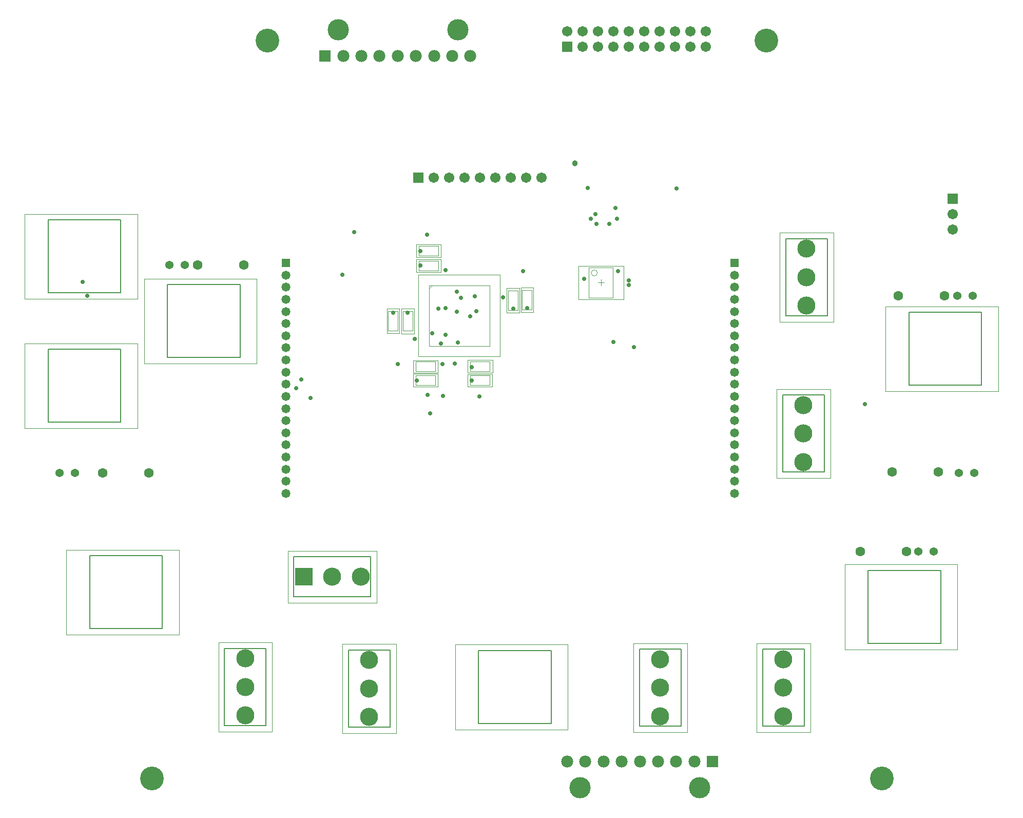
<source format=gbs>
G04*
G04 #@! TF.GenerationSoftware,Altium Limited,Altium Designer,19.1.5 (86)*
G04*
G04 Layer_Color=16711935*
%FSLAX24Y24*%
%MOIN*%
G70*
G01*
G75*
%ADD10C,0.0079*%
%ADD15C,0.0039*%
%ADD21C,0.0020*%
%ADD38C,0.1173*%
%ADD39R,0.0671X0.0671*%
%ADD40C,0.0671*%
%ADD41R,0.1173X0.1173*%
%ADD42C,0.0580*%
%ADD43R,0.0580X0.0580*%
%ADD44C,0.0540*%
%ADD45R,0.0780X0.0780*%
%ADD46C,0.0780*%
%ADD47C,0.1380*%
%ADD48C,0.1540*%
%ADD49R,0.0671X0.0671*%
%ADD50C,0.0631*%
%ADD51C,0.0280*%
%ADD52C,0.0380*%
D10*
X43650Y32550D02*
X46350D01*
Y37550D01*
X43650D02*
X46350D01*
X43650Y32550D02*
Y37550D01*
X11700Y14301D02*
Y16899D01*
Y14301D02*
X16700D01*
Y16899D01*
X11700D02*
X16700D01*
X34150Y5900D02*
X36850D01*
Y10900D01*
X34150D02*
X36850D01*
X34150Y5900D02*
Y10900D01*
X42150Y5900D02*
X44850D01*
Y10900D01*
X42150D02*
X44850D01*
X42150Y5900D02*
Y10900D01*
X15250Y5850D02*
Y10850D01*
X17950D01*
Y5850D02*
Y10850D01*
X15250Y5850D02*
X17950D01*
X7200Y5950D02*
Y10950D01*
X9900D01*
Y5950D02*
Y10950D01*
X7200Y5950D02*
X9900D01*
X43450Y22400D02*
Y27400D01*
X46150D01*
Y22400D02*
Y27400D01*
X43450Y22400D02*
X46150D01*
X23688Y6088D02*
X28412D01*
Y10812D01*
X23688D02*
X28412D01*
X23688Y6088D02*
Y10812D01*
X3488Y29838D02*
X8212D01*
Y34562D01*
X3488D02*
X8212D01*
X3488Y29838D02*
Y34562D01*
X-1562Y12238D02*
Y16962D01*
X3162D01*
Y12238D02*
Y16962D01*
X-1562Y12238D02*
X3162D01*
X51638Y28038D02*
Y32762D01*
X56362D01*
Y28038D02*
Y32762D01*
X51638Y28038D02*
X56362D01*
X48988Y11288D02*
Y16012D01*
X53712D01*
Y11288D02*
Y16012D01*
X48988Y11288D02*
X53712D01*
X-4262Y25638D02*
X462D01*
Y30362D01*
X-4262D02*
X462D01*
X-4262Y25638D02*
Y30362D01*
Y34038D02*
X462D01*
Y38762D01*
X-4262D02*
X462D01*
X-4262Y34038D02*
Y38762D01*
D15*
X31414Y35330D02*
G03*
X31414Y35330I-197J0D01*
G01*
X23170Y28665D02*
X24430D01*
Y28035D02*
Y28665D01*
X23170Y28035D02*
X24430D01*
X23170D02*
Y28665D01*
X19620Y28935D02*
X20880D01*
X19620D02*
Y29565D01*
X20880D01*
Y28935D02*
Y29565D01*
X17835Y31570D02*
Y32830D01*
X18465D01*
Y31570D02*
Y32830D01*
X17835Y31570D02*
X18465D01*
X26535Y32939D02*
Y34198D01*
X27165D01*
Y32939D02*
Y34198D01*
X26535Y32939D02*
X27165D01*
X19820Y35485D02*
X21080D01*
X19820D02*
Y36115D01*
X21080D01*
Y35485D02*
Y36115D01*
X23170Y29565D02*
X24430D01*
Y28935D02*
Y29565D01*
X23170Y28935D02*
X24430D01*
X23170D02*
Y29565D01*
X19620Y28035D02*
X20880D01*
X19620D02*
Y28665D01*
X20880D01*
Y28035D02*
Y28665D01*
X18785Y31570D02*
Y32830D01*
X19415D01*
Y31570D02*
Y32830D01*
X18785Y31570D02*
X19415D01*
X25635Y32920D02*
Y34180D01*
X26265D01*
Y32920D02*
Y34180D01*
X25635Y32920D02*
X26265D01*
X19820Y36435D02*
X21080D01*
X19820D02*
Y37065D01*
X21080D01*
Y36435D02*
Y37065D01*
X20482Y34322D02*
X20678Y34518D01*
X20482Y30582D02*
Y34518D01*
Y30582D02*
X24418D01*
Y34518D01*
X20482D02*
X24418D01*
X30863Y33716D02*
X32437D01*
X30863Y35684D02*
X32437D01*
Y33716D02*
Y35684D01*
X30863Y33716D02*
Y35684D01*
X43256Y32156D02*
X46744D01*
Y37944D01*
X43256D02*
X46744D01*
X43256Y32156D02*
Y37944D01*
X11306Y13907D02*
Y17293D01*
Y13907D02*
X17094D01*
Y17293D01*
X11306D02*
X17094D01*
X33756Y5507D02*
X37244D01*
Y11294D01*
X33756D02*
X37244D01*
X33756Y5507D02*
Y11294D01*
X41756Y5506D02*
X45244D01*
Y11294D01*
X41756D02*
X45244D01*
X41756Y5506D02*
Y11294D01*
X14856Y5456D02*
Y11244D01*
X18344D01*
Y5456D02*
Y11244D01*
X14856Y5456D02*
X18344D01*
X6806Y5557D02*
Y11344D01*
X10294D01*
Y5557D02*
Y11344D01*
X6806Y5557D02*
X10294D01*
X43056Y22006D02*
Y27794D01*
X46544D01*
Y22006D02*
Y27794D01*
X43056Y22006D02*
X46544D01*
X22172Y11206D02*
X29495D01*
Y5694D02*
Y11206D01*
X22172Y5694D02*
X29495D01*
X22172D02*
Y11206D01*
X1972Y34956D02*
X9295D01*
Y29444D02*
Y34956D01*
X1972Y29444D02*
X9295D01*
X1972D02*
Y34956D01*
X-3078Y11844D02*
Y17356D01*
Y11844D02*
X4245D01*
Y17356D01*
X-3078D02*
X4245D01*
X50122Y27644D02*
Y33156D01*
Y27644D02*
X57445D01*
Y33156D01*
X50122D02*
X57445D01*
X47472Y10894D02*
Y16406D01*
Y10894D02*
X54795D01*
Y16406D01*
X47472D02*
X54795D01*
X-5778Y30756D02*
X1545D01*
Y25244D02*
Y30756D01*
X-5778Y25244D02*
X1545D01*
X-5778D02*
Y30756D01*
X31650Y34503D02*
Y34897D01*
X31453Y34700D02*
X31847D01*
X-5778Y39156D02*
X1545D01*
Y33644D02*
Y39156D01*
X-5778Y33644D02*
X1545D01*
X-5778D02*
Y39156D01*
D21*
X22997Y28759D02*
X24603D01*
Y27941D02*
Y28759D01*
X22997Y27941D02*
X24603D01*
X22997D02*
Y28759D01*
X19447Y28841D02*
X21053D01*
X19447D02*
Y29659D01*
X21053D01*
Y28841D02*
Y29659D01*
X17741Y31397D02*
Y33003D01*
X18559D01*
Y31397D02*
Y33003D01*
X17741Y31397D02*
X18559D01*
X26441Y32765D02*
Y34372D01*
X27259D01*
Y32765D02*
Y34372D01*
X26441Y32765D02*
X27259D01*
X19647Y35391D02*
X21253D01*
X19647D02*
Y36209D01*
X21253D01*
Y35391D02*
Y36209D01*
X22989Y29667D02*
X24611D01*
Y28833D02*
Y29667D01*
X22989Y28833D02*
X24611D01*
X22989D02*
Y29667D01*
X19439Y27933D02*
X21061D01*
X19439D02*
Y28767D01*
X21061D01*
Y27933D02*
Y28767D01*
X18683Y31389D02*
Y33011D01*
X19517D01*
Y31389D02*
Y33011D01*
X18683Y31389D02*
X19517D01*
X25533Y32739D02*
Y34361D01*
X26367D01*
Y32739D02*
Y34361D01*
X25533Y32739D02*
X26367D01*
X19639Y36333D02*
X21261D01*
X19639D02*
Y37167D01*
X21261D01*
Y36333D02*
Y37167D01*
X19802Y29902D02*
Y35198D01*
Y29902D02*
X25098D01*
Y35198D01*
X19802D02*
X25098D01*
X30193Y33617D02*
X33107D01*
X30193Y35783D02*
X33107D01*
Y33617D02*
Y35783D01*
X30193Y33617D02*
Y35783D01*
D38*
X45000Y36900D02*
D03*
Y35050D02*
D03*
Y33200D02*
D03*
X16050Y15600D02*
D03*
X14200D02*
D03*
X35500Y10251D02*
D03*
Y8400D02*
D03*
Y6550D02*
D03*
X43500Y10250D02*
D03*
Y8400D02*
D03*
Y6550D02*
D03*
X16600Y6500D02*
D03*
Y8350D02*
D03*
Y10200D02*
D03*
X8550Y6600D02*
D03*
Y8450D02*
D03*
Y10301D02*
D03*
X44800Y23050D02*
D03*
Y24900D02*
D03*
Y26750D02*
D03*
D39*
X54500Y40150D02*
D03*
D40*
Y39150D02*
D03*
Y38150D02*
D03*
X21800Y41500D02*
D03*
X22800D02*
D03*
X23800D02*
D03*
X24800D02*
D03*
X25800D02*
D03*
X26800D02*
D03*
X27800D02*
D03*
X20800D02*
D03*
X38450Y51000D02*
D03*
X37450D02*
D03*
X36450D02*
D03*
X35450D02*
D03*
X34450D02*
D03*
X33450D02*
D03*
X32450D02*
D03*
X31450D02*
D03*
X30450D02*
D03*
X29450D02*
D03*
X38450Y50000D02*
D03*
X37450D02*
D03*
X36450D02*
D03*
X35450D02*
D03*
X34450D02*
D03*
X33450D02*
D03*
X32450D02*
D03*
X31450D02*
D03*
X30450D02*
D03*
D41*
X12350Y15600D02*
D03*
D42*
X11180Y30462D02*
D03*
Y32037D02*
D03*
Y34399D02*
D03*
Y33611D02*
D03*
Y32824D02*
D03*
Y31249D02*
D03*
Y35186D02*
D03*
Y29674D02*
D03*
Y28887D02*
D03*
Y23375D02*
D03*
Y24950D02*
D03*
Y26525D02*
D03*
Y25737D02*
D03*
Y24163D02*
D03*
Y28100D02*
D03*
Y22588D02*
D03*
Y21800D02*
D03*
Y27312D02*
D03*
Y21013D02*
D03*
X40314Y30462D02*
D03*
Y32037D02*
D03*
Y34399D02*
D03*
Y33611D02*
D03*
Y32824D02*
D03*
Y31249D02*
D03*
Y35186D02*
D03*
Y29674D02*
D03*
Y28887D02*
D03*
Y23375D02*
D03*
Y24950D02*
D03*
Y26525D02*
D03*
Y25737D02*
D03*
Y24163D02*
D03*
Y28100D02*
D03*
Y22588D02*
D03*
Y21800D02*
D03*
Y27312D02*
D03*
Y21013D02*
D03*
D43*
X11180Y35974D02*
D03*
X40314D02*
D03*
D44*
X53250Y17250D02*
D03*
X52250D02*
D03*
X55900Y22350D02*
D03*
X54900D02*
D03*
X55800Y33850D02*
D03*
X54800D02*
D03*
X-3500Y22350D02*
D03*
X-2500D02*
D03*
X3606Y35850D02*
D03*
X4606D02*
D03*
D45*
X38895Y3600D02*
D03*
X13730Y49400D02*
D03*
D46*
X37715Y3600D02*
D03*
X36535D02*
D03*
X35355D02*
D03*
X34175D02*
D03*
X32995D02*
D03*
X31815D02*
D03*
X30635D02*
D03*
X29455D02*
D03*
X14910Y49400D02*
D03*
X16090D02*
D03*
X17270D02*
D03*
X18450D02*
D03*
X19630D02*
D03*
X20810D02*
D03*
X21990D02*
D03*
X23170D02*
D03*
D47*
X38045Y1900D02*
D03*
X30285D02*
D03*
X14580Y51100D02*
D03*
X22340D02*
D03*
D48*
X2500Y2500D02*
D03*
X49900D02*
D03*
X42400Y50400D02*
D03*
X10000D02*
D03*
D49*
X19800Y41500D02*
D03*
X29450Y50000D02*
D03*
D50*
X8450Y35850D02*
D03*
X5450D02*
D03*
X48500Y17250D02*
D03*
X51500D02*
D03*
X53550Y22400D02*
D03*
X50550D02*
D03*
X-700Y22350D02*
D03*
X2300D02*
D03*
X50950Y33850D02*
D03*
X53950D02*
D03*
D51*
X12800Y27200D02*
D03*
X12200Y28400D02*
D03*
X11850Y27850D02*
D03*
X48800Y26801D02*
D03*
X-1700Y33850D02*
D03*
X-2000Y34750D02*
D03*
X32700Y38850D02*
D03*
X32600Y39550D02*
D03*
X32200Y38500D02*
D03*
X22300Y32800D02*
D03*
X20700Y31400D02*
D03*
X21550Y35500D02*
D03*
X21100Y33000D02*
D03*
X33800Y30500D02*
D03*
X25300Y33750D02*
D03*
X26850Y33037D02*
D03*
X26600Y35450D02*
D03*
X20400Y27400D02*
D03*
X19550Y31050D02*
D03*
X22550Y33700D02*
D03*
X22300Y34100D02*
D03*
X20350Y37800D02*
D03*
X19700Y28350D02*
D03*
X23250Y29200D02*
D03*
Y28350D02*
D03*
X14850Y35200D02*
D03*
X32738Y35450D02*
D03*
X30550Y34950D02*
D03*
X19100Y32731D02*
D03*
X18150D02*
D03*
X25950Y33019D02*
D03*
X19919Y35800D02*
D03*
Y36750D02*
D03*
X15605Y37995D02*
D03*
X33450Y34850D02*
D03*
Y34550D02*
D03*
X21350Y29400D02*
D03*
X21400Y27350D02*
D03*
X20550Y26200D02*
D03*
X18450Y29400D02*
D03*
X21250Y30750D02*
D03*
X21550Y31300D02*
D03*
X23750Y27300D02*
D03*
X21550Y33050D02*
D03*
X23144Y32506D02*
D03*
X32450Y30850D02*
D03*
X23550Y32850D02*
D03*
X31000Y38850D02*
D03*
X31350Y38500D02*
D03*
X36550Y40800D02*
D03*
X30800Y40850D02*
D03*
X31300Y39150D02*
D03*
X23450Y33800D02*
D03*
X22350Y30800D02*
D03*
X22150Y29450D02*
D03*
D52*
X29950Y42450D02*
D03*
M02*

</source>
